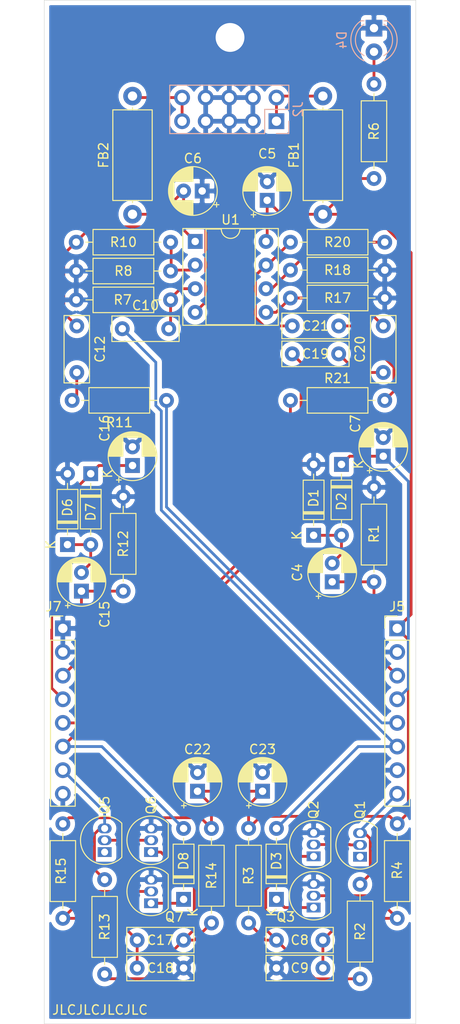
<source format=kicad_pcb>
(kicad_pcb (version 20171130) (host pcbnew "(5.1.9)-1")
  (layers (0 F.Cu signal) (31 B.Cu signal) (34 B.Paste user) (35 F.Paste user) (36 B.SilkS user) (37 F.SilkS user) (38 B.Mask user) (39 F.Mask user) (44 Edge.Cuts user))
  (net 0 "")
  (net 1 GND)
  (net 2 +12V)
  (net 3 -12V)
  (net 4 "Net-(R10-Pad2)")
  (net 5 "Net-(C4-Pad2)")
  (net 6 "Net-(C8-Pad1)")
  (net 7 "Net-(C12-Pad2)")
  (net 8 "Net-(C12-Pad1)")
  (net 9 "Net-(FB1-Pad2)")
  (net 10 "Net-(FB2-Pad2)")
  (net 11 "Net-(Q1-Pad1)")
  (net 12 /DeH)
  (net 13 /SnI)
  (net 14 /SnH)
  (net 15 "Net-(C8-Pad2)")
  (net 16 "Net-(C10-Pad2)")
  (net 17 /So)
  (net 18 /HiDH)
  (net 19 "Net-(C15-Pad2)")
  (net 20 /HiI)
  (net 21 /HiH)
  (net 22 "Net-(C17-Pad2)")
  (net 23 "Net-(C17-Pad1)")
  (net 24 "Net-(C19-Pad2)")
  (net 25 /Ho)
  (net 26 "Net-(C20-Pad2)")
  (net 27 "Net-(C21-Pad2)")
  (net 28 "Net-(C21-Pad1)")
  (net 29 "Net-(D3-Pad1)")
  (net 30 "Net-(D4-Pad2)")
  (net 31 "Net-(D8-Pad1)")
  (net 32 /SnO)
  (net 33 /HiO)
  (net 34 "Net-(Q1-Pad2)")
  (net 35 "Net-(Q5-Pad1)")
  (net 36 "Net-(Q5-Pad2)")
  (net 37 "Net-(R18-Pad1)")
  (module Resistor_THT:R_Axial_DIN0207_L6.3mm_D2.5mm_P10.16mm_Horizontal (layer F.Cu) (at 33.44 57)
    (fp_text reference R10 (at 5.08 0) (layer F.SilkS))
    (fp_text value 100k)
    (pad 2 thru_hole oval (at 10.16 0) (size 1.6 1.6) (drill 0.8) (layers *.Cu *.Mask) (net 4 "Net-(R10-Pad2)"))
    (pad 1 thru_hole circle (at 0 0) (size 1.6 1.6) (drill 0.8) (layers *.Cu *.Mask) (net 8 "Net-(C12-Pad1)"))
  )
  (module Capacitor_THT:CP_Radial_D5.0mm_P2.00mm (layer F.Cu) (at 53.5 116 90)
    (fp_text reference C23 (at 4.5 0 180) (layer F.SilkS))
    (fp_text value 100µ)
    (pad 2 thru_hole circle (at 2 0 90) (size 1.6 1.6) (drill 0.8) (layers *.Cu *.Mask) (net 1 GND))
    (pad 1 thru_hole rect (at 0 0 90) (size 1.6 1.6) (drill 0.8) (layers *.Cu *.Mask) (net 2 +12V))
  )
  (module Capacitor_THT:CP_Radial_D5.0mm_P2.00mm (layer F.Cu) (at 46.5 116 90)
    (fp_text reference C22 (at 4.5 0 180) (layer F.SilkS))
    (fp_text value 100µ)
    (pad 2 thru_hole circle (at 2 0 90) (size 1.6 1.6) (drill 0.8) (layers *.Cu *.Mask) (net 1 GND))
    (pad 1 thru_hole rect (at 0 0 90) (size 1.6 1.6) (drill 0.8) (layers *.Cu *.Mask) (net 2 +12V))
  )
  (module Package_DIP:DIP-8_W7.62mm_Socket (layer F.Cu) (at 46.25 56.92)
    (fp_text reference U1 (at 3.81 -2.33) (layer F.SilkS))
    (fp_text value TL072)
    (pad 8 thru_hole oval (at 7.62 0) (size 1.6 1.6) (drill 0.8) (layers *.Cu *.Mask) (net 2 +12V))
    (pad 4 thru_hole oval (at 0 7.62) (size 1.6 1.6) (drill 0.8) (layers *.Cu *.Mask) (net 3 -12V))
    (pad 7 thru_hole oval (at 7.62 2.54) (size 1.6 1.6) (drill 0.8) (layers *.Cu *.Mask) (net 28 "Net-(C21-Pad1)"))
    (pad 3 thru_hole oval (at 0 5.08) (size 1.6 1.6) (drill 0.8) (layers *.Cu *.Mask) (net 16 "Net-(C10-Pad2)"))
    (pad 6 thru_hole oval (at 7.62 5.08) (size 1.6 1.6) (drill 0.8) (layers *.Cu *.Mask) (net 37 "Net-(R18-Pad1)"))
    (pad 2 thru_hole oval (at 0 2.54) (size 1.6 1.6) (drill 0.8) (layers *.Cu *.Mask) (net 4 "Net-(R10-Pad2)"))
    (pad 5 thru_hole oval (at 7.62 7.62) (size 1.6 1.6) (drill 0.8) (layers *.Cu *.Mask) (net 26 "Net-(C20-Pad2)"))
    (pad 1 thru_hole rect (at 0 0) (size 1.6 1.6) (drill 0.8) (layers *.Cu *.Mask) (net 8 "Net-(C12-Pad1)"))
  )
  (module Resistor_THT:R_Axial_DIN0207_L6.3mm_D2.5mm_P10.16mm_Horizontal (layer F.Cu) (at 56.5 74)
    (fp_text reference R21 (at 5.08 -2.37) (layer F.SilkS))
    (fp_text value 1M)
    (pad 2 thru_hole oval (at 10.16 0) (size 1.6 1.6) (drill 0.8) (layers *.Cu *.Mask) (net 27 "Net-(C21-Pad2)"))
    (pad 1 thru_hole circle (at 0 0) (size 1.6 1.6) (drill 0.8) (layers *.Cu *.Mask) (net 33 /HiO))
  )
  (module Resistor_THT:R_Axial_DIN0207_L6.3mm_D2.5mm_P10.16mm_Horizontal (layer F.Cu) (at 56.5 57)
    (fp_text reference R20 (at 5.08 0) (layer F.SilkS))
    (fp_text value 100k)
    (pad 2 thru_hole oval (at 10.16 0) (size 1.6 1.6) (drill 0.8) (layers *.Cu *.Mask) (net 37 "Net-(R18-Pad1)"))
    (pad 1 thru_hole circle (at 0 0) (size 1.6 1.6) (drill 0.8) (layers *.Cu *.Mask) (net 28 "Net-(C21-Pad1)"))
  )
  (module Resistor_THT:R_Axial_DIN0207_L6.3mm_D2.5mm_P10.16mm_Horizontal (layer F.Cu) (at 56.5 60)
    (fp_text reference R18 (at 5.08 0) (layer F.SilkS))
    (fp_text value 6.8k)
    (pad 2 thru_hole oval (at 10.16 0) (size 1.6 1.6) (drill 0.8) (layers *.Cu *.Mask) (net 1 GND))
    (pad 1 thru_hole circle (at 0 0) (size 1.6 1.6) (drill 0.8) (layers *.Cu *.Mask) (net 37 "Net-(R18-Pad1)"))
  )
  (module Resistor_THT:R_Axial_DIN0207_L6.3mm_D2.5mm_P10.16mm_Horizontal (layer F.Cu) (at 56.5 63)
    (fp_text reference R17 (at 5.08 0) (layer F.SilkS))
    (fp_text value 1M)
    (pad 2 thru_hole oval (at 10.16 0) (size 1.6 1.6) (drill 0.8) (layers *.Cu *.Mask) (net 1 GND))
    (pad 1 thru_hole circle (at 0 0) (size 1.6 1.6) (drill 0.8) (layers *.Cu *.Mask) (net 26 "Net-(C20-Pad2)"))
  )
  (module Resistor_THT:R_Axial_DIN0207_L6.3mm_D2.5mm_P10.16mm_Horizontal (layer F.Cu) (at 32 119.5 270)
    (fp_text reference R15 (at 5.08 0.2 90) (layer F.SilkS))
    (fp_text value 1M)
    (pad 2 thru_hole oval (at 10.16 0 270) (size 1.6 1.6) (drill 0.8) (layers *.Cu *.Mask) (net 22 "Net-(C17-Pad2)"))
    (pad 1 thru_hole circle (at 0 0 270) (size 1.6 1.6) (drill 0.8) (layers *.Cu *.Mask) (net 2 +12V))
  )
  (module Resistor_THT:R_Axial_DIN0207_L6.3mm_D2.5mm_P10.16mm_Horizontal (layer F.Cu) (at 48 120 270)
    (fp_text reference R14 (at 5.08 0 90) (layer F.SilkS))
    (fp_text value 4k7)
    (pad 2 thru_hole oval (at 10.16 0 270) (size 1.6 1.6) (drill 0.8) (layers *.Cu *.Mask) (net 23 "Net-(C17-Pad1)"))
    (pad 1 thru_hole circle (at 0 0 270) (size 1.6 1.6) (drill 0.8) (layers *.Cu *.Mask) (net 2 +12V))
  )
  (module Resistor_THT:R_Axial_DIN0207_L6.3mm_D2.5mm_P10.16mm_Horizontal (layer F.Cu) (at 36.5 125.5 270)
    (fp_text reference R13 (at 5.08 0 90) (layer F.SilkS))
    (fp_text value 47k)
    (pad 2 thru_hole oval (at 10.16 0 270) (size 1.6 1.6) (drill 0.8) (layers *.Cu *.Mask) (net 23 "Net-(C17-Pad1)"))
    (pad 1 thru_hole circle (at 0 0 270) (size 1.6 1.6) (drill 0.8) (layers *.Cu *.Mask) (net 18 /HiDH))
  )
  (module Resistor_THT:R_Axial_DIN0207_L6.3mm_D2.5mm_P10.16mm_Horizontal (layer F.Cu) (at 38.5 94.5 90)
    (fp_text reference R12 (at 5.08 0 90) (layer F.SilkS))
    (fp_text value 4k7)
    (pad 2 thru_hole oval (at 10.16 0 90) (size 1.6 1.6) (drill 0.8) (layers *.Cu *.Mask) (net 1 GND))
    (pad 1 thru_hole circle (at 0 0 90) (size 1.6 1.6) (drill 0.8) (layers *.Cu *.Mask) (net 20 /HiI))
  )
  (module Resistor_THT:R_Axial_DIN0207_L6.3mm_D2.5mm_P10.16mm_Horizontal (layer F.Cu) (at 43.16 74 180)
    (fp_text reference R11 (at 5.08 -2.37) (layer F.SilkS))
    (fp_text value 1M)
    (pad 2 thru_hole oval (at 10.16 0 180) (size 1.6 1.6) (drill 0.8) (layers *.Cu *.Mask) (net 7 "Net-(C12-Pad2)"))
    (pad 1 thru_hole circle (at 0 0 180) (size 1.6 1.6) (drill 0.8) (layers *.Cu *.Mask) (net 32 /SnO))
  )
  (module Resistor_THT:R_Axial_DIN0207_L6.3mm_D2.5mm_P10.16mm_Horizontal (layer F.Cu) (at 43.6 60.1 180)
    (fp_text reference R8 (at 5.08 0) (layer F.SilkS))
    (fp_text value 6.8k)
    (pad 2 thru_hole oval (at 10.16 0 180) (size 1.6 1.6) (drill 0.8) (layers *.Cu *.Mask) (net 1 GND))
    (pad 1 thru_hole circle (at 0 0 180) (size 1.6 1.6) (drill 0.8) (layers *.Cu *.Mask) (net 4 "Net-(R10-Pad2)"))
  )
  (module Resistor_THT:R_Axial_DIN0207_L6.3mm_D2.5mm_P10.16mm_Horizontal (layer F.Cu) (at 43.6 63.2 180)
    (fp_text reference R7 (at 5.16 0) (layer F.SilkS))
    (fp_text value 1M)
    (pad 2 thru_hole oval (at 10.16 0 180) (size 1.6 1.6) (drill 0.8) (layers *.Cu *.Mask) (net 1 GND))
    (pad 1 thru_hole circle (at 0 0 180) (size 1.6 1.6) (drill 0.8) (layers *.Cu *.Mask) (net 16 "Net-(C10-Pad2)"))
  )
  (module Resistor_THT:R_Axial_DIN0207_L6.3mm_D2.5mm_P10.16mm_Horizontal (layer F.Cu) (at 65.5 50.16 90)
    (fp_text reference R6 (at 5.08 0 90) (layer F.SilkS))
    (fp_text value 2.2k)
    (pad 2 thru_hole oval (at 10.16 0 90) (size 1.6 1.6) (drill 0.8) (layers *.Cu *.Mask) (net 30 "Net-(D4-Pad2)"))
    (pad 1 thru_hole circle (at 0 0 90) (size 1.6 1.6) (drill 0.8) (layers *.Cu *.Mask) (net 2 +12V))
  )
  (module Resistor_THT:R_Axial_DIN0207_L6.3mm_D2.5mm_P10.16mm_Horizontal (layer F.Cu) (at 68 119.5 270)
    (fp_text reference R4 (at 5 0 90) (layer F.SilkS))
    (fp_text value 1M)
    (pad 2 thru_hole oval (at 10.16 0 270) (size 1.6 1.6) (drill 0.8) (layers *.Cu *.Mask) (net 15 "Net-(C8-Pad2)"))
    (pad 1 thru_hole circle (at 0 0 270) (size 1.6 1.6) (drill 0.8) (layers *.Cu *.Mask) (net 2 +12V))
  )
  (module Resistor_THT:R_Axial_DIN0207_L6.3mm_D2.5mm_P10.16mm_Horizontal (layer F.Cu) (at 52 120 270)
    (fp_text reference R3 (at 5.08 0 90) (layer F.SilkS))
    (fp_text value 4k7)
    (pad 2 thru_hole oval (at 10.16 0 270) (size 1.6 1.6) (drill 0.8) (layers *.Cu *.Mask) (net 6 "Net-(C8-Pad1)"))
    (pad 1 thru_hole circle (at 0 0 270) (size 1.6 1.6) (drill 0.8) (layers *.Cu *.Mask) (net 2 +12V))
  )
  (module Resistor_THT:R_Axial_DIN0207_L6.3mm_D2.5mm_P10.16mm_Horizontal (layer F.Cu) (at 64 126 270)
    (fp_text reference R2 (at 5.08 0 90) (layer F.SilkS))
    (fp_text value 47k)
    (pad 2 thru_hole oval (at 10.16 0 270) (size 1.6 1.6) (drill 0.8) (layers *.Cu *.Mask) (net 6 "Net-(C8-Pad1)"))
    (pad 1 thru_hole circle (at 0 0 270) (size 1.6 1.6) (drill 0.8) (layers *.Cu *.Mask) (net 12 /DeH))
  )
  (module Resistor_THT:R_Axial_DIN0207_L6.3mm_D2.5mm_P10.16mm_Horizontal (layer F.Cu) (at 65.5 93.5 90)
    (fp_text reference R1 (at 5.16 0 90) (layer F.SilkS))
    (fp_text value 4k7)
    (pad 2 thru_hole oval (at 10.16 0 90) (size 1.6 1.6) (drill 0.8) (layers *.Cu *.Mask) (net 1 GND))
    (pad 1 thru_hole circle (at 0 0 90) (size 1.6 1.6) (drill 0.8) (layers *.Cu *.Mask) (net 13 /SnI))
  )
  (module Package_TO_SOT_THT:TO-92_Inline (layer F.Cu) (at 41.5 128.04 90)
    (fp_text reference Q7 (at -1.46 2.5 180) (layer F.SilkS))
    (fp_text value BC546)
    (pad 1 thru_hole rect (at 0 0 90) (size 1.05 1.5) (drill 0.75) (layers *.Cu *.Mask) (net 31 "Net-(D8-Pad1)"))
    (pad 3 thru_hole oval (at 2.54 0 90) (size 1.05 1.5) (drill 0.75) (layers *.Cu *.Mask) (net 1 GND))
    (pad 2 thru_hole oval (at 1.27 0 90) (size 1.05 1.5) (drill 0.75) (layers *.Cu *.Mask) (net 22 "Net-(C17-Pad2)"))
  )
  (module Package_TO_SOT_THT:TO-92_Inline (layer F.Cu) (at 41.5 122.54 90)
    (fp_text reference Q6 (at 5.04 0 90) (layer F.SilkS))
    (fp_text value BC546)
    (pad 1 thru_hole rect (at 0 0 90) (size 1.05 1.5) (drill 0.75) (layers *.Cu *.Mask) (net 23 "Net-(C17-Pad1)"))
    (pad 3 thru_hole oval (at 2.54 0 90) (size 1.05 1.5) (drill 0.75) (layers *.Cu *.Mask) (net 1 GND))
    (pad 2 thru_hole oval (at 1.27 0 90) (size 1.05 1.5) (drill 0.75) (layers *.Cu *.Mask) (net 36 "Net-(Q5-Pad2)"))
  )
  (module Package_TO_SOT_THT:TO-92_Inline (layer F.Cu) (at 36.5 122.54 90)
    (fp_text reference Q5 (at 5.04 0 90) (layer F.SilkS))
    (fp_text value BC546)
    (pad 1 thru_hole rect (at 0 0 90) (size 1.05 1.5) (drill 0.75) (layers *.Cu *.Mask) (net 35 "Net-(Q5-Pad1)"))
    (pad 3 thru_hole oval (at 2.54 0 90) (size 1.05 1.5) (drill 0.75) (layers *.Cu *.Mask) (net 18 /HiDH))
    (pad 2 thru_hole oval (at 1.27 0 90) (size 1.05 1.5) (drill 0.75) (layers *.Cu *.Mask) (net 36 "Net-(Q5-Pad2)"))
  )
  (module Package_TO_SOT_THT:TO-92_Inline (layer F.Cu) (at 59 128.5 90)
    (fp_text reference Q3 (at -1 -3 180) (layer F.SilkS))
    (fp_text value BC546)
    (pad 1 thru_hole rect (at 0 0 90) (size 1.05 1.5) (drill 0.75) (layers *.Cu *.Mask) (net 29 "Net-(D3-Pad1)"))
    (pad 3 thru_hole oval (at 2.54 0 90) (size 1.05 1.5) (drill 0.75) (layers *.Cu *.Mask) (net 1 GND))
    (pad 2 thru_hole oval (at 1.27 0 90) (size 1.05 1.5) (drill 0.75) (layers *.Cu *.Mask) (net 15 "Net-(C8-Pad2)"))
  )
  (module Package_TO_SOT_THT:TO-92_Inline (layer F.Cu) (at 59 123 90)
    (fp_text reference Q2 (at 5 0 90) (layer F.SilkS))
    (fp_text value BC546)
    (pad 1 thru_hole rect (at 0 0 90) (size 1.05 1.5) (drill 0.75) (layers *.Cu *.Mask) (net 6 "Net-(C8-Pad1)"))
    (pad 3 thru_hole oval (at 2.54 0 90) (size 1.05 1.5) (drill 0.75) (layers *.Cu *.Mask) (net 1 GND))
    (pad 2 thru_hole oval (at 1.27 0 90) (size 1.05 1.5) (drill 0.75) (layers *.Cu *.Mask) (net 34 "Net-(Q1-Pad2)"))
  )
  (module Package_TO_SOT_THT:TO-92_Inline (layer F.Cu) (at 64 123.04 90)
    (fp_text reference Q1 (at 5.04 0 90) (layer F.SilkS))
    (fp_text value BC546)
    (pad 1 thru_hole rect (at 0 0 90) (size 1.05 1.5) (drill 0.75) (layers *.Cu *.Mask) (net 11 "Net-(Q1-Pad1)"))
    (pad 3 thru_hole oval (at 2.54 0 90) (size 1.05 1.5) (drill 0.75) (layers *.Cu *.Mask) (net 12 /DeH))
    (pad 2 thru_hole oval (at 1.27 0 90) (size 1.05 1.5) (drill 0.75) (layers *.Cu *.Mask) (net 34 "Net-(Q1-Pad2)"))
  )
  (module Connector_PinHeader_2.54mm:PinHeader_1x08_P2.54mm_Vertical (layer F.Cu) (at 32 98.5)
    (fp_text reference J7 (at -1 -2.33) (layer F.SilkS))
    (fp_text value Conn_01x08_Male)
    (pad 8 thru_hole oval (at 0 17.78) (size 1.7 1.7) (drill 1) (layers *.Cu *.Mask) (net 1 GND))
    (pad 7 thru_hole oval (at 0 15.24) (size 1.7 1.7) (drill 1) (layers *.Cu *.Mask) (net 18 /HiDH))
    (pad 6 thru_hole oval (at 0 12.7) (size 1.7 1.7) (drill 1) (layers *.Cu *.Mask) (net 25 /Ho))
    (pad 5 thru_hole oval (at 0 10.16) (size 1.7 1.7) (drill 1) (layers *.Cu *.Mask) (net 33 /HiO))
    (pad 4 thru_hole oval (at 0 7.62) (size 1.7 1.7) (drill 1) (layers *.Cu *.Mask) (net 21 /HiH))
    (pad 3 thru_hole oval (at 0 5.08) (size 1.7 1.7) (drill 1) (layers *.Cu *.Mask) (net 20 /HiI))
    (pad 2 thru_hole oval (at 0 2.54) (size 1.7 1.7) (drill 1) (layers *.Cu *.Mask) (net 1 GND))
    (pad 1 thru_hole rect (at 0 0) (size 1.7 1.7) (drill 1) (layers *.Cu *.Mask) (net 1 GND))
  )
  (module Connector_PinHeader_2.54mm:PinHeader_1x08_P2.54mm_Vertical (layer F.Cu) (at 68 98.5)
    (fp_text reference J5 (at 0 -2.33) (layer F.SilkS))
    (fp_text value Conn_01x08_Male)
    (pad 8 thru_hole oval (at 0 17.78) (size 1.7 1.7) (drill 1) (layers *.Cu *.Mask) (net 12 /DeH))
    (pad 7 thru_hole oval (at 0 15.24) (size 1.7 1.7) (drill 1) (layers *.Cu *.Mask) (net 1 GND))
    (pad 6 thru_hole oval (at 0 12.7) (size 1.7 1.7) (drill 1) (layers *.Cu *.Mask) (net 17 /So))
    (pad 5 thru_hole oval (at 0 10.16) (size 1.7 1.7) (drill 1) (layers *.Cu *.Mask) (net 32 /SnO))
    (pad 4 thru_hole oval (at 0 7.62) (size 1.7 1.7) (drill 1) (layers *.Cu *.Mask) (net 14 /SnH))
    (pad 3 thru_hole oval (at 0 5.08) (size 1.7 1.7) (drill 1) (layers *.Cu *.Mask) (net 13 /SnI))
    (pad 2 thru_hole oval (at 0 2.54) (size 1.7 1.7) (drill 1) (layers *.Cu *.Mask) (net 1 GND))
    (pad 1 thru_hole rect (at 0 0) (size 1.7 1.7) (drill 1) (layers *.Cu *.Mask) (net 2 +12V))
  )
  (module Connector_PinHeader_2.54mm:PinHeader_2x05_P2.54mm_Vertical (layer B.Cu) (at 55 44 90)
    (fp_text reference J2 (at 1.27 2.33 90) (layer B.SilkS) (effects (justify mirror)))
    (fp_text value "Power Input")
    (pad 10 thru_hole oval (at 2.54 -10.16 90) (size 1.7 1.7) (drill 1) (layers *.Cu *.Mask) (net 10 "Net-(FB2-Pad2)"))
    (pad 9 thru_hole oval (at 0 -10.16 90) (size 1.7 1.7) (drill 1) (layers *.Cu *.Mask) (net 10 "Net-(FB2-Pad2)"))
    (pad 8 thru_hole oval (at 2.54 -7.62 90) (size 1.7 1.7) (drill 1) (layers *.Cu *.Mask) (net 1 GND))
    (pad 7 thru_hole oval (at 0 -7.62 90) (size 1.7 1.7) (drill 1) (layers *.Cu *.Mask) (net 1 GND))
    (pad 6 thru_hole oval (at 2.54 -5.08 90) (size 1.7 1.7) (drill 1) (layers *.Cu *.Mask) (net 1 GND))
    (pad 5 thru_hole oval (at 0 -5.08 90) (size 1.7 1.7) (drill 1) (layers *.Cu *.Mask) (net 1 GND))
    (pad 4 thru_hole oval (at 2.54 -2.54 90) (size 1.7 1.7) (drill 1) (layers *.Cu *.Mask) (net 1 GND))
    (pad 3 thru_hole oval (at 0 -2.54 90) (size 1.7 1.7) (drill 1) (layers *.Cu *.Mask) (net 1 GND))
    (pad 2 thru_hole oval (at 2.54 0 90) (size 1.7 1.7) (drill 1) (layers *.Cu *.Mask) (net 9 "Net-(FB1-Pad2)"))
    (pad 1 thru_hole rect (at 0 0 90) (size 1.7 1.7) (drill 1) (layers *.Cu *.Mask) (net 9 "Net-(FB1-Pad2)"))
  )
  (module Inductor_THT:L_Axial_L9.5mm_D4.0mm_P12.70mm_Horizontal_Fastron_SMCC (layer F.Cu) (at 39.5 54 90)
    (fp_text reference FB2 (at 6.35 -3.12 90) (layer F.SilkS))
    (fp_text value 10R)
    (pad 2 thru_hole oval (at 12.7 0 90) (size 2 2) (drill 1) (layers *.Cu *.Mask) (net 10 "Net-(FB2-Pad2)"))
    (pad 1 thru_hole circle (at 0 0 90) (size 2 2) (drill 1) (layers *.Cu *.Mask) (net 3 -12V))
  )
  (module Inductor_THT:L_Axial_L9.5mm_D4.0mm_P12.70mm_Horizontal_Fastron_SMCC (layer F.Cu) (at 60 54 90)
    (fp_text reference FB1 (at 6.35 -3.12 90) (layer F.SilkS))
    (fp_text value 10R)
    (pad 2 thru_hole oval (at 12.7 0 90) (size 2 2) (drill 1) (layers *.Cu *.Mask) (net 9 "Net-(FB1-Pad2)"))
    (pad 1 thru_hole circle (at 0 0 90) (size 2 2) (drill 1) (layers *.Cu *.Mask) (net 2 +12V))
  )
  (module Diode_THT:D_DO-35_SOD27_P7.62mm_Horizontal (layer F.Cu) (at 45 127.62 90)
    (fp_text reference D8 (at 4.12 0 90) (layer F.SilkS))
    (fp_text value 1N4148)
    (fp_text user K (at -1.38 1 90) (layer F.SilkS))
    (pad 2 thru_hole oval (at 7.62 0 90) (size 1.6 1.6) (drill 0.8) (layers *.Cu *.Mask) (net 25 /Ho))
    (pad 1 thru_hole rect (at 0 0 90) (size 1.6 1.6) (drill 0.8) (layers *.Cu *.Mask) (net 31 "Net-(D8-Pad1)"))
  )
  (module Diode_THT:D_DO-35_SOD27_P7.62mm_Horizontal (layer F.Cu) (at 35 81.88 270)
    (fp_text reference D7 (at 4.12 0 90) (layer F.SilkS))
    (fp_text value 1N4148)
    (fp_text user K (at 0 -1.8 90) (layer F.SilkS))
    (pad 2 thru_hole oval (at 7.62 0 270) (size 1.6 1.6) (drill 0.8) (layers *.Cu *.Mask) (net 19 "Net-(C15-Pad2)"))
    (pad 1 thru_hole rect (at 0 0 270) (size 1.6 1.6) (drill 0.8) (layers *.Cu *.Mask) (net 21 /HiH))
  )
  (module Diode_THT:D_DO-35_SOD27_P7.62mm_Horizontal (layer F.Cu) (at 32.5 89.5 90)
    (fp_text reference D6 (at 4 0 90) (layer F.SilkS))
    (fp_text value 1N4148)
    (fp_text user K (at 0 -1.8 90) (layer F.SilkS))
    (pad 2 thru_hole oval (at 7.62 0 90) (size 1.6 1.6) (drill 0.8) (layers *.Cu *.Mask) (net 1 GND))
    (pad 1 thru_hole rect (at 0 0 90) (size 1.6 1.6) (drill 0.8) (layers *.Cu *.Mask) (net 19 "Net-(C15-Pad2)"))
  )
  (module LED_THT:LED_D4.0mm (layer B.Cu) (at 65.5 34 270)
    (fp_text reference D4 (at 1.27 3.46 270) (layer B.SilkS) (effects (justify mirror)))
    (fp_text value LED-12V)
    (pad 2 thru_hole circle (at 2.54 0 270) (size 1.8 1.8) (drill 0.9) (layers *.Cu *.Mask) (net 30 "Net-(D4-Pad2)"))
    (pad 1 thru_hole rect (at 0 0 270) (size 1.8 1.8) (drill 0.9) (layers *.Cu *.Mask) (net 1 GND))
  )
  (module Diode_THT:D_DO-35_SOD27_P7.62mm_Horizontal (layer F.Cu) (at 55 127.62 90)
    (fp_text reference D3 (at 4.12 0 90) (layer F.SilkS))
    (fp_text value 1N4148)
    (fp_text user K (at -1.38 -0.5 90) (layer F.SilkS))
    (pad 2 thru_hole oval (at 7.62 0 90) (size 1.6 1.6) (drill 0.8) (layers *.Cu *.Mask) (net 17 /So))
    (pad 1 thru_hole rect (at 0 0 90) (size 1.6 1.6) (drill 0.8) (layers *.Cu *.Mask) (net 29 "Net-(D3-Pad1)"))
  )
  (module Diode_THT:D_DO-35_SOD27_P7.62mm_Horizontal (layer F.Cu) (at 62 80.88 270)
    (fp_text reference D2 (at 4 0 90) (layer F.SilkS))
    (fp_text value 1N4148)
    (fp_text user K (at 0 -1.8 90) (layer F.SilkS))
    (pad 2 thru_hole oval (at 7.62 0 270) (size 1.6 1.6) (drill 0.8) (layers *.Cu *.Mask) (net 5 "Net-(C4-Pad2)"))
    (pad 1 thru_hole rect (at 0 0 270) (size 1.6 1.6) (drill 0.8) (layers *.Cu *.Mask) (net 14 /SnH))
  )
  (module Diode_THT:D_DO-35_SOD27_P7.62mm_Horizontal (layer F.Cu) (at 59 88.5 90)
    (fp_text reference D1 (at 4 0 90) (layer F.SilkS))
    (fp_text value 1N4148)
    (fp_text user K (at 0 -1.8 90) (layer F.SilkS))
    (pad 2 thru_hole oval (at 7.62 0 90) (size 1.6 1.6) (drill 0.8) (layers *.Cu *.Mask) (net 1 GND))
    (pad 1 thru_hole rect (at 0 0 90) (size 1.6 1.6) (drill 0.8) (layers *.Cu *.Mask) (net 5 "Net-(C4-Pad2)"))
  )
  (module Capacitor_THT:C_Disc_D7.0mm_W2.5mm_P5.00mm (layer F.Cu) (at 56.7 66)
    (fp_text reference C21 (at 2.5 0) (layer F.SilkS))
    (fp_text value 10µF)
    (pad 2 thru_hole circle (at 5 0) (size 1.6 1.6) (drill 0.8) (layers *.Cu *.Mask) (net 27 "Net-(C21-Pad2)"))
    (pad 1 thru_hole circle (at 0 0) (size 1.6 1.6) (drill 0.8) (layers *.Cu *.Mask) (net 28 "Net-(C21-Pad1)"))
  )
  (module Capacitor_THT:C_Disc_D7.0mm_W2.5mm_P5.00mm (layer F.Cu) (at 66.5 71 90)
    (fp_text reference C20 (at 2.5 -2.5 90) (layer F.SilkS))
    (fp_text value .1µF)
    (pad 2 thru_hole circle (at 5 0 90) (size 1.6 1.6) (drill 0.8) (layers *.Cu *.Mask) (net 26 "Net-(C20-Pad2)"))
    (pad 1 thru_hole circle (at 0 0 90) (size 1.6 1.6) (drill 0.8) (layers *.Cu *.Mask) (net 24 "Net-(C19-Pad2)"))
  )
  (module Capacitor_THT:C_Disc_D7.0mm_W2.5mm_P5.00mm (layer F.Cu) (at 56.7 69)
    (fp_text reference C19 (at 2.5 0) (layer F.SilkS))
    (fp_text value 680pF)
    (pad 2 thru_hole circle (at 5 0) (size 1.6 1.6) (drill 0.8) (layers *.Cu *.Mask) (net 24 "Net-(C19-Pad2)"))
    (pad 1 thru_hole circle (at 0 0) (size 1.6 1.6) (drill 0.8) (layers *.Cu *.Mask) (net 25 /Ho))
  )
  (module Capacitor_THT:C_Disc_D7.0mm_W2.5mm_P5.00mm (layer F.Cu) (at 45 135 180)
    (fp_text reference C18 (at 2.5 0) (layer F.SilkS))
    (fp_text value 10nF)
    (pad 2 thru_hole circle (at 5 0 180) (size 1.6 1.6) (drill 0.8) (layers *.Cu *.Mask) (net 22 "Net-(C17-Pad2)"))
    (pad 1 thru_hole circle (at 0 0 180) (size 1.6 1.6) (drill 0.8) (layers *.Cu *.Mask) (net 1 GND))
  )
  (module Capacitor_THT:C_Disc_D7.0mm_W2.5mm_P5.00mm (layer F.Cu) (at 45 132 180)
    (fp_text reference C17 (at 2.5 0) (layer F.SilkS))
    (fp_text value 1µF)
    (pad 2 thru_hole circle (at 5 0 180) (size 1.6 1.6) (drill 0.8) (layers *.Cu *.Mask) (net 22 "Net-(C17-Pad2)"))
    (pad 1 thru_hole circle (at 0 0 180) (size 1.6 1.6) (drill 0.8) (layers *.Cu *.Mask) (net 23 "Net-(C17-Pad1)"))
  )
  (module Capacitor_THT:CP_Radial_D5.0mm_P2.00mm (layer F.Cu) (at 39.5 81 90)
    (fp_text reference C16 (at 4 -3 90) (layer F.SilkS))
    (fp_text value 10µF)
    (pad 2 thru_hole circle (at 2 0 90) (size 1.6 1.6) (drill 0.8) (layers *.Cu *.Mask) (net 1 GND))
    (pad 1 thru_hole rect (at 0 0 90) (size 1.6 1.6) (drill 0.8) (layers *.Cu *.Mask) (net 21 /HiH))
  )
  (module Capacitor_THT:CP_Radial_D5.0mm_P2.00mm (layer F.Cu) (at 34 94.5 90)
    (fp_text reference C15 (at -2.5 2.5 90) (layer F.SilkS))
    (fp_text value 10µF)
    (pad 2 thru_hole circle (at 2 0 90) (size 1.6 1.6) (drill 0.8) (layers *.Cu *.Mask) (net 19 "Net-(C15-Pad2)"))
    (pad 1 thru_hole rect (at 0 0 90) (size 1.6 1.6) (drill 0.8) (layers *.Cu *.Mask) (net 20 /HiI))
  )
  (module Capacitor_THT:C_Disc_D7.0mm_W2.5mm_P5.00mm (layer F.Cu) (at 33.5 66 270)
    (fp_text reference C12 (at 2.5 -2.5 90) (layer F.SilkS))
    (fp_text value 10µF)
    (pad 2 thru_hole circle (at 5 0 270) (size 1.6 1.6) (drill 0.8) (layers *.Cu *.Mask) (net 7 "Net-(C12-Pad2)"))
    (pad 1 thru_hole circle (at 0 0 270) (size 1.6 1.6) (drill 0.8) (layers *.Cu *.Mask) (net 8 "Net-(C12-Pad1)"))
  )
  (module Capacitor_THT:C_Disc_D7.0mm_W2.5mm_P5.00mm (layer F.Cu) (at 38.4 66.3)
    (fp_text reference C10 (at 2.5 -2.5) (layer F.SilkS))
    (fp_text value .1µF)
    (pad 2 thru_hole circle (at 5 0) (size 1.6 1.6) (drill 0.8) (layers *.Cu *.Mask) (net 16 "Net-(C10-Pad2)"))
    (pad 1 thru_hole circle (at 0 0) (size 1.6 1.6) (drill 0.8) (layers *.Cu *.Mask) (net 17 /So))
  )
  (module Capacitor_THT:C_Disc_D7.0mm_W2.5mm_P5.00mm (layer F.Cu) (at 55 135)
    (fp_text reference C9 (at 2.5 0) (layer F.SilkS))
    (fp_text value 0.1µF)
    (pad 2 thru_hole circle (at 5 0) (size 1.6 1.6) (drill 0.8) (layers *.Cu *.Mask) (net 15 "Net-(C8-Pad2)"))
    (pad 1 thru_hole circle (at 0 0) (size 1.6 1.6) (drill 0.8) (layers *.Cu *.Mask) (net 1 GND))
  )
  (module Capacitor_THT:C_Disc_D7.0mm_W2.5mm_P5.00mm (layer F.Cu) (at 55 132)
    (fp_text reference C8 (at 2.5 0) (layer F.SilkS))
    (fp_text value 1µF)
    (pad 2 thru_hole circle (at 5 0) (size 1.6 1.6) (drill 0.8) (layers *.Cu *.Mask) (net 15 "Net-(C8-Pad2)"))
    (pad 1 thru_hole circle (at 0 0) (size 1.6 1.6) (drill 0.8) (layers *.Cu *.Mask) (net 6 "Net-(C8-Pad1)"))
  )
  (module Capacitor_THT:CP_Radial_D5.0mm_P2.00mm (layer F.Cu) (at 66.5 80 90)
    (fp_text reference C7 (at 3.5 -3 90) (layer F.SilkS))
    (fp_text value 10µF)
    (pad 2 thru_hole circle (at 2 0 90) (size 1.6 1.6) (drill 0.8) (layers *.Cu *.Mask) (net 1 GND))
    (pad 1 thru_hole rect (at 0 0 90) (size 1.6 1.6) (drill 0.8) (layers *.Cu *.Mask) (net 14 /SnH))
  )
  (module Capacitor_THT:CP_Radial_D5.0mm_P2.00mm (layer F.Cu) (at 47 51.5 180)
    (fp_text reference C6 (at 1 3.5) (layer F.SilkS))
    (fp_text value 10µ)
    (pad 2 thru_hole circle (at 2 0 180) (size 1.6 1.6) (drill 0.8) (layers *.Cu *.Mask) (net 3 -12V))
    (pad 1 thru_hole rect (at 0 0 180) (size 1.6 1.6) (drill 0.8) (layers *.Cu *.Mask) (net 1 GND))
  )
  (module Capacitor_THT:CP_Radial_D5.0mm_P2.00mm (layer F.Cu) (at 54 52.5 90)
    (fp_text reference C5 (at 5 0 180) (layer F.SilkS))
    (fp_text value 10µ)
    (pad 2 thru_hole circle (at 2 0 90) (size 1.6 1.6) (drill 0.8) (layers *.Cu *.Mask) (net 1 GND))
    (pad 1 thru_hole rect (at 0 0 90) (size 1.6 1.6) (drill 0.8) (layers *.Cu *.Mask) (net 2 +12V))
  )
  (module Capacitor_THT:CP_Radial_D5.0mm_P2.00mm (layer F.Cu) (at 61 93.5 90)
    (fp_text reference C4 (at 1 -3.75 90) (layer F.SilkS))
    (fp_text value 10µF)
    (pad 2 thru_hole circle (at 2 0 90) (size 1.6 1.6) (drill 0.8) (layers *.Cu *.Mask) (net 5 "Net-(C4-Pad2)"))
    (pad 1 thru_hole rect (at 0 0 90) (size 1.6 1.6) (drill 0.8) (layers *.Cu *.Mask) (net 13 /SnI))
  )
  (gr_text "JLCJLCJLCJLC\n" (at 36 139.5) (layer F.SilkS) (effects (font (size 1 1))))
  (gr_line (start 69.999999 31) (end 70 141) (layer Edge.Cuts) (width 0.05))
  (gr_line (start 30 141) (end 70 141) (layer Edge.Cuts) (width 0.05))
  (gr_line (start 30 31) (end 69.999999 31) (layer Edge.Cuts) (width 0.05))
  (gr_line (start 30 31) (end 30 141) (layer Edge.Cuts) (width 0.05))
  (via (at 50 35) (size 3.6) (drill 3.1) (layers F.Cu B.Cu) (net 1))
  (segment (start 55.5 54) (end 54 52.5) (width 0.3) (layer F.Cu) (net 2))
  (segment (start 60 54) (end 55.5 54) (width 0.3) (layer F.Cu) (net 2))
  (segment (start 54 56.79) (end 53.87 56.92) (width 0.3) (layer F.Cu) (net 2))
  (segment (start 54 52.5) (end 54 56.79) (width 0.3) (layer F.Cu) (net 2))
  (segment (start 63.84 50.16) (end 60 54) (width 0.3) (layer F.Cu) (net 2))
  (segment (start 65.5 50.16) (end 63.84 50.16) (width 0.3) (layer F.Cu) (net 2))
  (segment (start 65.362002 54) (end 69.5 58.137998) (width 0.3) (layer F.Cu) (net 2))
  (segment (start 60 54) (end 65.362002 54) (width 0.3) (layer F.Cu) (net 2))
  (segment (start 69.5 97) (end 68 98.5) (width 0.3) (layer F.Cu) (net 2))
  (segment (start 69.5 58.137998) (end 69.5 97) (width 0.3) (layer F.Cu) (net 2))
  (segment (start 69.200001 99.700001) (end 68 98.5) (width 0.3) (layer F.Cu) (net 2))
  (segment (start 69.200001 118.299999) (end 69.200001 99.700001) (width 0.3) (layer F.Cu) (net 2))
  (segment (start 68 119.5) (end 69.200001 118.299999) (width 0.3) (layer F.Cu) (net 2))
  (segment (start 53.299999 118.700001) (end 52 120) (width 0.3) (layer F.Cu) (net 2))
  (segment (start 67.200001 118.700001) (end 53.299999 118.700001) (width 0.3) (layer F.Cu) (net 2))
  (segment (start 68 119.5) (end 67.200001 118.700001) (width 0.3) (layer F.Cu) (net 2))
  (segment (start 32.650001 118.849999) (end 32 119.5) (width 0.3) (layer F.Cu) (net 2))
  (segment (start 46.849999 118.849999) (end 32.650001 118.849999) (width 0.3) (layer F.Cu) (net 2))
  (segment (start 48 120) (end 46.849999 118.849999) (width 0.3) (layer F.Cu) (net 2))
  (segment (start 52 117.5) (end 52 120) (width 0.3) (layer F.Cu) (net 2))
  (segment (start 53.5 116) (end 52 117.5) (width 0.3) (layer F.Cu) (net 2))
  (segment (start 53.5 116) (end 46.5 116) (width 0.3) (layer F.Cu) (net 2))
  (segment (start 48 117.5) (end 46.5 116) (width 0.3) (layer F.Cu) (net 2))
  (segment (start 48 120) (end 48 117.5) (width 0.3) (layer F.Cu) (net 2))
  (segment (start 45 52.63137) (end 45 51.5) (width 0.3) (layer F.Cu) (net 3))
  (segment (start 47.400001 55.031371) (end 45 52.63137) (width 0.3) (layer F.Cu) (net 3))
  (segment (start 47.400001 63.389999) (end 47.400001 55.031371) (width 0.3) (layer F.Cu) (net 3))
  (segment (start 46.25 64.54) (end 47.400001 63.389999) (width 0.3) (layer F.Cu) (net 3))
  (segment (start 42.5 54) (end 45 51.5) (width 0.3) (layer F.Cu) (net 3))
  (segment (start 39.5 54) (end 42.5 54) (width 0.3) (layer F.Cu) (net 3))
  (segment (start 45.71 60) (end 46.25 59.46) (width 0.3) (layer F.Cu) (net 4))
  (segment (start 43.66 60) (end 45.71 60) (width 0.3) (layer F.Cu) (net 4))
  (segment (start 43.66 56.9) (end 43.66 60) (width 0.3) (layer F.Cu) (net 4))
  (segment (start 62 88.5) (end 59 88.5) (width 0.3) (layer F.Cu) (net 5))
  (segment (start 62 90.5) (end 61 91.5) (width 0.3) (layer F.Cu) (net 5))
  (segment (start 62 88.5) (end 62 90.5) (width 0.3) (layer F.Cu) (net 5))
  (segment (start 59.16 136.16) (end 55 132) (width 0.3) (layer F.Cu) (net 6))
  (segment (start 64 136.16) (end 59.16 136.16) (width 0.3) (layer F.Cu) (net 6))
  (segment (start 53.84 132) (end 52 130.16) (width 0.3) (layer F.Cu) (net 6))
  (segment (start 55 132) (end 53.84 132) (width 0.3) (layer F.Cu) (net 6))
  (segment (start 57.389998 123) (end 59 123) (width 0.3) (layer F.Cu) (net 6))
  (segment (start 53.849999 130.849999) (end 53.849999 126.539999) (width 0.3) (layer F.Cu) (net 6))
  (segment (start 53.849999 126.539999) (end 57.389998 123) (width 0.3) (layer F.Cu) (net 6))
  (segment (start 55 132) (end 53.849999 130.849999) (width 0.3) (layer F.Cu) (net 6))
  (segment (start 33.5 73.5) (end 33 74) (width 0.3) (layer F.Cu) (net 7))
  (segment (start 33.5 71) (end 33.5 73.5) (width 0.3) (layer F.Cu) (net 7))
  (segment (start 44.680001 55.350001) (end 46.25 56.92) (width 0.3) (layer F.Cu) (net 8))
  (segment (start 35.049999 55.350001) (end 44.680001 55.350001) (width 0.3) (layer F.Cu) (net 8))
  (segment (start 32.1 58.3) (end 35.049999 55.350001) (width 0.3) (layer F.Cu) (net 8))
  (segment (start 32.1 64.6) (end 32.1 58.3) (width 0.3) (layer F.Cu) (net 8))
  (segment (start 33.5 66) (end 32.1 64.6) (width 0.3) (layer F.Cu) (net 8))
  (segment (start 55 44) (end 55 41.46) (width 0.3) (layer F.Cu) (net 9))
  (segment (start 55.16 41.3) (end 55 41.46) (width 0.3) (layer F.Cu) (net 9))
  (segment (start 60 41.3) (end 55.16 41.3) (width 0.3) (layer F.Cu) (net 9))
  (segment (start 39.66 41.46) (end 39.5 41.3) (width 0.3) (layer F.Cu) (net 10))
  (segment (start 44.84 41.46) (end 39.66 41.46) (width 0.3) (layer F.Cu) (net 10))
  (segment (start 44.84 44) (end 44.84 41.46) (width 0.3) (layer F.Cu) (net 10))
  (segment (start 64 120.28) (end 68 116.28) (width 0.3) (layer B.Cu) (net 12))
  (segment (start 64 120.5) (end 64 120.28) (width 0.3) (layer B.Cu) (net 12))
  (segment (start 65.10001 124.89999) (end 65.10001 121.10001) (width 0.3) (layer F.Cu) (net 12))
  (segment (start 64 126) (end 65.10001 124.89999) (width 0.3) (layer F.Cu) (net 12))
  (segment (start 64.5 120.5) (end 64 120.5) (width 0.3) (layer F.Cu) (net 12))
  (segment (start 65.10001 121.10001) (end 64.5 120.5) (width 0.3) (layer F.Cu) (net 12))
  (segment (start 65.5 93.5) (end 61 93.5) (width 0.3) (layer F.Cu) (net 13))
  (segment (start 65.5 101.08) (end 68 103.58) (width 0.3) (layer F.Cu) (net 13))
  (segment (start 65.5 93.5) (end 65.5 101.08) (width 0.3) (layer F.Cu) (net 13))
  (segment (start 62.88 80) (end 62 80.88) (width 0.3) (layer F.Cu) (net 14))
  (segment (start 66.5 80) (end 62.88 80) (width 0.3) (layer F.Cu) (net 14))
  (segment (start 69.200001 82.700001) (end 66.5 80) (width 0.3) (layer B.Cu) (net 14))
  (segment (start 69.200001 104.919999) (end 69.200001 82.700001) (width 0.3) (layer B.Cu) (net 14))
  (segment (start 68 106.12) (end 69.200001 104.919999) (width 0.3) (layer B.Cu) (net 14))
  (segment (start 60 135) (end 60 132) (width 0.3) (layer F.Cu) (net 15))
  (segment (start 62.34 129.66) (end 60 132) (width 0.3) (layer F.Cu) (net 15))
  (segment (start 68 129.66) (end 62.34 129.66) (width 0.3) (layer F.Cu) (net 15))
  (segment (start 65.57 127.23) (end 68 129.66) (width 0.3) (layer F.Cu) (net 15))
  (segment (start 59 127.23) (end 65.57 127.23) (width 0.3) (layer F.Cu) (net 15))
  (segment (start 44.66 62) (end 43.66 63) (width 0.3) (layer F.Cu) (net 16))
  (segment (start 46.25 62) (end 44.66 62) (width 0.3) (layer F.Cu) (net 16))
  (segment (start 43.5 63.16) (end 43.66 63) (width 0.3) (layer F.Cu) (net 16))
  (segment (start 43.6 66.1) (end 43.4 66.3) (width 0.3) (layer F.Cu) (net 16))
  (segment (start 43.6 63.2) (end 43.6 66.1) (width 0.3) (layer F.Cu) (net 16))
  (segment (start 63.8 111.2) (end 68 111.2) (width 0.3) (layer B.Cu) (net 17))
  (segment (start 55 120) (end 63.8 111.2) (width 0.3) (layer B.Cu) (net 17))
  (segment (start 42.6 85.8) (end 68 111.2) (width 0.3) (layer B.Cu) (net 17))
  (segment (start 42.6 75.142002) (end 42.6 85.8) (width 0.3) (layer B.Cu) (net 17))
  (segment (start 42.009999 74.552001) (end 42.6 75.142002) (width 0.3) (layer B.Cu) (net 17))
  (segment (start 38.4 66.3) (end 42.009999 69.909999) (width 0.3) (layer B.Cu) (net 17))
  (segment (start 42.009999 69.909999) (end 42.009999 74.552001) (width 0.3) (layer B.Cu) (net 17))
  (segment (start 36.5 118.24) (end 32 113.74) (width 0.3) (layer B.Cu) (net 18))
  (segment (start 36.5 120) (end 36.5 118.24) (width 0.3) (layer B.Cu) (net 18))
  (segment (start 35.39999 124.39999) (end 36.5 125.5) (width 0.3) (layer F.Cu) (net 18))
  (segment (start 35.39999 120.60001) (end 35.39999 124.39999) (width 0.3) (layer F.Cu) (net 18))
  (segment (start 36 120) (end 35.39999 120.60001) (width 0.3) (layer F.Cu) (net 18))
  (segment (start 36.5 120) (end 36 120) (width 0.3) (layer F.Cu) (net 18))
  (segment (start 32.5 89.5) (end 35 89.5) (width 0.3) (layer F.Cu) (net 19))
  (segment (start 35 91.5) (end 34 92.5) (width 0.3) (layer F.Cu) (net 19))
  (segment (start 35 89.5) (end 35 91.5) (width 0.3) (layer F.Cu) (net 19))
  (segment (start 38.5 94.5) (end 34 94.5) (width 0.3) (layer F.Cu) (net 20))
  (segment (start 34 101.58) (end 32 103.58) (width 0.3) (layer F.Cu) (net 20))
  (segment (start 34 94.5) (end 34 101.58) (width 0.3) (layer F.Cu) (net 20))
  (segment (start 35.88 81) (end 35 81.88) (width 0.3) (layer F.Cu) (net 21))
  (segment (start 39.5 81) (end 35.88 81) (width 0.3) (layer F.Cu) (net 21))
  (segment (start 30.799999 104.919999) (end 32 106.12) (width 0.3) (layer F.Cu) (net 21))
  (segment (start 30.799999 86.080001) (end 30.799999 104.919999) (width 0.3) (layer F.Cu) (net 21))
  (segment (start 35 81.88) (end 30.799999 86.080001) (width 0.3) (layer F.Cu) (net 21))
  (segment (start 34.89 126.77) (end 32 129.66) (width 0.3) (layer F.Cu) (net 22))
  (segment (start 41.5 126.77) (end 34.89 126.77) (width 0.3) (layer F.Cu) (net 22))
  (segment (start 40 135) (end 40 132) (width 0.3) (layer F.Cu) (net 22))
  (segment (start 37.66 129.66) (end 40 132) (width 0.3) (layer F.Cu) (net 22))
  (segment (start 32 129.66) (end 37.66 129.66) (width 0.3) (layer F.Cu) (net 22))
  (segment (start 44.702002 132) (end 45 132) (width 0.3) (layer F.Cu) (net 23))
  (segment (start 46.150001 130.849999) (end 45 132) (width 0.3) (layer F.Cu) (net 23))
  (segment (start 46.150001 126.140001) (end 46.150001 130.849999) (width 0.3) (layer F.Cu) (net 23))
  (segment (start 42.55 122.54) (end 46.150001 126.140001) (width 0.3) (layer F.Cu) (net 23))
  (segment (start 41.5 122.54) (end 42.55 122.54) (width 0.3) (layer F.Cu) (net 23))
  (segment (start 48 130.16) (end 46.16 132) (width 0.3) (layer F.Cu) (net 23))
  (segment (start 46.16 132) (end 45 132) (width 0.3) (layer F.Cu) (net 23))
  (segment (start 36.990001 136.150001) (end 36.5 135.66) (width 0.3) (layer F.Cu) (net 23))
  (segment (start 40.849999 136.150001) (end 36.990001 136.150001) (width 0.3) (layer F.Cu) (net 23))
  (segment (start 45 132) (end 40.849999 136.150001) (width 0.3) (layer F.Cu) (net 23))
  (segment (start 63.7 71) (end 61.7 69) (width 0.3) (layer F.Cu) (net 24))
  (segment (start 66.5 71) (end 63.7 71) (width 0.3) (layer F.Cu) (net 24))
  (segment (start 36.2 111.2) (end 32 111.2) (width 0.3) (layer B.Cu) (net 25))
  (segment (start 45 120) (end 36.2 111.2) (width 0.3) (layer B.Cu) (net 25))
  (segment (start 57.650001 69.950001) (end 56.7 69) (width 0.3) (layer F.Cu) (net 25))
  (segment (start 57.650001 85.549999) (end 57.650001 69.950001) (width 0.3) (layer F.Cu) (net 25))
  (segment (start 32 111.2) (end 57.650001 85.549999) (width 0.3) (layer F.Cu) (net 25))
  (segment (start 54.96 64.54) (end 53.87 64.54) (width 0.3) (layer F.Cu) (net 26))
  (segment (start 56.5 63) (end 54.96 64.54) (width 0.3) (layer F.Cu) (net 26))
  (segment (start 63.5 63) (end 56.5 63) (width 0.3) (layer F.Cu) (net 26))
  (segment (start 66.5 66) (end 63.5 63) (width 0.3) (layer F.Cu) (net 26))
  (segment (start 67.650001 73.009999) (end 66.66 74) (width 0.3) (layer F.Cu) (net 27))
  (segment (start 67.650001 70.447999) (end 67.650001 73.009999) (width 0.3) (layer F.Cu) (net 27))
  (segment (start 63.202002 66) (end 67.650001 70.447999) (width 0.3) (layer F.Cu) (net 27))
  (segment (start 63.202002 66) (end 61.7 66) (width 0.3) (layer F.Cu) (net 27))
  (segment (start 54.04 59.46) (end 53.87 59.46) (width 0.3) (layer F.Cu) (net 28))
  (segment (start 56.5 57) (end 54.04 59.46) (width 0.3) (layer F.Cu) (net 28))
  (segment (start 52.719999 60.610001) (end 53.87 59.46) (width 0.3) (layer F.Cu) (net 28))
  (segment (start 52.719999 65.092001) (end 52.719999 60.610001) (width 0.3) (layer F.Cu) (net 28))
  (segment (start 53.627998 66) (end 52.719999 65.092001) (width 0.3) (layer F.Cu) (net 28))
  (segment (start 56.7 66) (end 53.627998 66) (width 0.3) (layer F.Cu) (net 28))
  (segment (start 55.88 128.5) (end 55 127.62) (width 0.3) (layer F.Cu) (net 29))
  (segment (start 59 128.5) (end 55.88 128.5) (width 0.3) (layer F.Cu) (net 29))
  (segment (start 65.5 40) (end 65.5 36.54) (width 0.3) (layer F.Cu) (net 30))
  (segment (start 44.58 128.04) (end 41.5 128.04) (width 0.3) (layer F.Cu) (net 31))
  (segment (start 45 127.62) (end 44.58 128.04) (width 0.3) (layer F.Cu) (net 31))
  (segment (start 66.36 108.66) (end 68 108.66) (width 0.3) (layer B.Cu) (net 32))
  (segment (start 43.16 85.46) (end 66.36 108.66) (width 0.3) (layer B.Cu) (net 32))
  (segment (start 43.16 74) (end 43.16 85.46) (width 0.3) (layer B.Cu) (net 32))
  (segment (start 33.64 108.66) (end 32 108.66) (width 0.3) (layer F.Cu) (net 33))
  (segment (start 56.5 85.8) (end 33.64 108.66) (width 0.3) (layer F.Cu) (net 33))
  (segment (start 56.5 74) (end 56.5 85.8) (width 0.3) (layer F.Cu) (net 33))
  (segment (start 62.91 121.73) (end 59 121.73) (width 0.3) (layer F.Cu) (net 34))
  (segment (start 62.95 121.77) (end 62.91 121.73) (width 0.3) (layer F.Cu) (net 34))
  (segment (start 64 121.77) (end 62.95 121.77) (width 0.3) (layer F.Cu) (net 34))
  (segment (start 41.5 121.27) (end 36.5 121.27) (width 0.3) (layer F.Cu) (net 36))
  (segment (start 54.5 62) (end 53.87 62) (width 0.3) (layer F.Cu) (net 37))
  (segment (start 56.5 60) (end 54.5 62) (width 0.3) (layer F.Cu) (net 37))
  (segment (start 59.5 57) (end 56.5 60) (width 0.3) (layer F.Cu) (net 37))
  (segment (start 66.66 57) (end 59.5 57) (width 0.3) (layer F.Cu) (net 37))
  (zone (net 1) (net_name GND) (layer B.Cu) (connect_pads (clearance 0.508)) (min_thickness 0.254) (fill yes (arc_segments 32) (thermal_gap 0.508) (thermal_bridge_width 0.508))
    (polygon (pts (xy 70 141) (xy 30 141) (xy 30 31) (xy 70 31)))
  )
)
</source>
